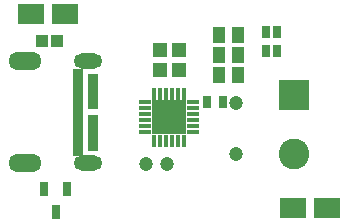
<source format=gts>
G04*
G04 #@! TF.GenerationSoftware,Altium Limited,Altium Designer,20.1.8 (145)*
G04*
G04 Layer_Color=8388736*
%FSLAX25Y25*%
%MOIN*%
G70*
G04*
G04 #@! TF.SameCoordinates,5D2BCBBB-68BA-462B-8042-098B58F1E690*
G04*
G04*
G04 #@! TF.FilePolarity,Negative*
G04*
G01*
G75*
%ADD16R,0.03950X0.01784*%
%ADD17R,0.01784X0.03950*%
%ADD18R,0.11430X0.11430*%
%ADD19C,0.04737*%
%ADD20R,0.03950X0.05721*%
%ADD21R,0.03162X0.03950*%
%ADD22R,0.03556X0.04737*%
%ADD23R,0.03556X0.01981*%
%ADD24R,0.09068X0.06509*%
%ADD25R,0.02769X0.04540*%
%ADD26R,0.02769X0.03950*%
%ADD27R,0.03950X0.04343*%
%ADD28R,0.04737X0.05131*%
%ADD29O,0.11036X0.05918*%
%ADD30O,0.09461X0.05131*%
%ADD31C,0.10249*%
%ADD32R,0.10249X0.10249*%
D16*
X48926Y40653D02*
D03*
Y42621D02*
D03*
Y36716D02*
D03*
Y34747D02*
D03*
Y38684D02*
D03*
Y32779D02*
D03*
X64674Y36716D02*
D03*
Y42621D02*
D03*
Y40653D02*
D03*
Y34747D02*
D03*
Y38684D02*
D03*
Y32779D02*
D03*
D17*
X55816Y45574D02*
D03*
X57784D02*
D03*
X51879D02*
D03*
X53847D02*
D03*
Y29826D02*
D03*
X55816D02*
D03*
X51879D02*
D03*
X61721Y45574D02*
D03*
X59753D02*
D03*
X57784Y29826D02*
D03*
X59753D02*
D03*
X61721D02*
D03*
D18*
X56800Y37700D02*
D03*
D19*
X79000Y25500D02*
D03*
X56000Y22000D02*
D03*
X49000D02*
D03*
X79000Y42500D02*
D03*
D20*
X73550Y58400D02*
D03*
X79850D02*
D03*
X73550Y51600D02*
D03*
X79850D02*
D03*
X73450Y65100D02*
D03*
X79750D02*
D03*
D21*
X69541Y42600D02*
D03*
X74659D02*
D03*
D22*
X26358Y51575D02*
D03*
Y27165D02*
D03*
D23*
Y48228D02*
D03*
Y46260D02*
D03*
Y44291D02*
D03*
Y42323D02*
D03*
Y40354D02*
D03*
Y38386D02*
D03*
Y36417D02*
D03*
Y34449D02*
D03*
Y32480D02*
D03*
Y30512D02*
D03*
X31476Y27559D02*
D03*
Y29528D02*
D03*
Y31496D02*
D03*
Y33465D02*
D03*
Y35433D02*
D03*
Y37402D02*
D03*
Y41339D02*
D03*
Y43307D02*
D03*
Y45276D02*
D03*
Y47244D02*
D03*
Y49213D02*
D03*
Y51181D02*
D03*
D24*
X22130Y71921D02*
D03*
X10713D02*
D03*
X109430Y7521D02*
D03*
X98013D02*
D03*
D25*
X19000Y6142D02*
D03*
X15260Y13858D02*
D03*
X22740D02*
D03*
D26*
X92772Y66050D02*
D03*
X89228Y59750D02*
D03*
X92772D02*
D03*
X89228Y66050D02*
D03*
D27*
X19362Y63000D02*
D03*
X14638D02*
D03*
D28*
X53800Y60246D02*
D03*
Y53553D02*
D03*
X60000Y60246D02*
D03*
Y53553D02*
D03*
D29*
X8760Y22362D02*
D03*
Y56378D02*
D03*
D30*
X29862Y22362D02*
D03*
Y56378D02*
D03*
D31*
X98500Y25415D02*
D03*
D32*
Y45100D02*
D03*
M02*

</source>
